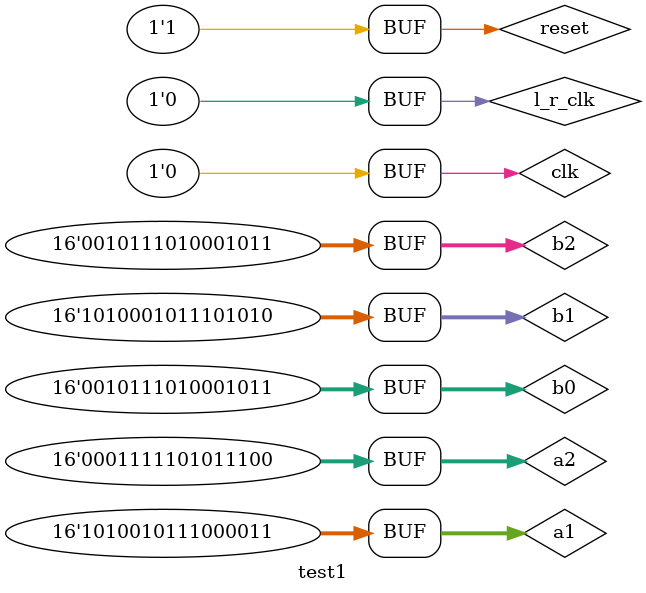
<source format=sv>

module test1();
logic clk, reset, l_r_clk;
logic signed [15:0] b0, b1, b2, a1, a2;
logic signed [15:0] filtered_output;
logic signed [15:0] latest_sample;

iir_time_mux_accum mux(clk, l_r_clk, reset, latest_sample, b0, b1, b2, a1, a2, filtered_output);


always begin
clk = 0;
clk =1; #5; 
clk =0; #5;
end

always begin
l_r_clk = 0;
l_r_clk =1; #10; 
l_r_clk =0; #10;
end

initial begin 
reset=0; #22; 
reset=1;

b0 = 16'sh0147;  // ~0.020 in Q2.14
b1 = 16'sh028E;  // ~0.040 in Q2.14
b2= 16'sh0147;  // ~0.020 in Q2.14
a1= 16'sh6A3D;  // ~1.659 in Q2.14
a2= 16'shD89F;  // ~-0.618 in Q2.14

#20;

b0 = 16'sh0CCC;  // ~0.020 in Q2.14
b1 = 16'sh0000; // ~0.040 in Q2.14
b2 = 16'shF334;  // ~0.020 in Q2.14
a1 = 16'sh5A82;  // ~1.659 in Q2.14
a2 = 16'shE666;  // ~-0.618 in Q2.14
    
#20;

b0 = 16'sh2E8B;  // ~0.020 in Q2.14
b1 = 16'shA2EA; // ~0.040 in Q2.14
b2  = 16'sh2E8B;  // ~0.020 in Q2.14
a1 = 16'shA5C3;  // ~1.659 in Q2.14
a2 = 16'sh1F5C;  // ~-0.618 in Q2.14
	
end

endmodule

</source>
